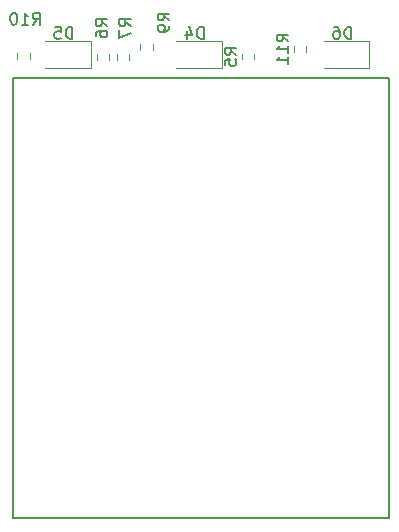
<source format=gbr>
%TF.GenerationSoftware,KiCad,Pcbnew,7.0.8*%
%TF.CreationDate,2024-01-02T21:20:11-06:00*%
%TF.ProjectId,Clock1_v3,436c6f63-6b31-45f7-9633-2e6b69636164,rev?*%
%TF.SameCoordinates,Original*%
%TF.FileFunction,Legend,Bot*%
%TF.FilePolarity,Positive*%
%FSLAX46Y46*%
G04 Gerber Fmt 4.6, Leading zero omitted, Abs format (unit mm)*
G04 Created by KiCad (PCBNEW 7.0.8) date 2024-01-02 21:20:11*
%MOMM*%
%LPD*%
G01*
G04 APERTURE LIST*
%ADD10C,0.160000*%
%ADD11C,0.153000*%
%ADD12C,0.120000*%
G04 APERTURE END LIST*
D10*
X139700000Y-74430000D02*
X171500000Y-74430000D01*
X171500000Y-111750000D01*
X139700000Y-111750000D01*
X139700000Y-74430000D01*
D11*
X163024663Y-71357142D02*
X162548472Y-71023809D01*
X163024663Y-70785714D02*
X162024663Y-70785714D01*
X162024663Y-70785714D02*
X162024663Y-71166666D01*
X162024663Y-71166666D02*
X162072282Y-71261904D01*
X162072282Y-71261904D02*
X162119901Y-71309523D01*
X162119901Y-71309523D02*
X162215139Y-71357142D01*
X162215139Y-71357142D02*
X162357996Y-71357142D01*
X162357996Y-71357142D02*
X162453234Y-71309523D01*
X162453234Y-71309523D02*
X162500853Y-71261904D01*
X162500853Y-71261904D02*
X162548472Y-71166666D01*
X162548472Y-71166666D02*
X162548472Y-70785714D01*
X163024663Y-72309523D02*
X163024663Y-71738095D01*
X163024663Y-72023809D02*
X162024663Y-72023809D01*
X162024663Y-72023809D02*
X162167520Y-71928571D01*
X162167520Y-71928571D02*
X162262758Y-71833333D01*
X162262758Y-71833333D02*
X162310377Y-71738095D01*
X163024663Y-73261904D02*
X163024663Y-72690476D01*
X163024663Y-72976190D02*
X162024663Y-72976190D01*
X162024663Y-72976190D02*
X162167520Y-72880952D01*
X162167520Y-72880952D02*
X162262758Y-72785714D01*
X162262758Y-72785714D02*
X162310377Y-72690476D01*
X141392857Y-69954663D02*
X141726190Y-69478472D01*
X141964285Y-69954663D02*
X141964285Y-68954663D01*
X141964285Y-68954663D02*
X141583333Y-68954663D01*
X141583333Y-68954663D02*
X141488095Y-69002282D01*
X141488095Y-69002282D02*
X141440476Y-69049901D01*
X141440476Y-69049901D02*
X141392857Y-69145139D01*
X141392857Y-69145139D02*
X141392857Y-69287996D01*
X141392857Y-69287996D02*
X141440476Y-69383234D01*
X141440476Y-69383234D02*
X141488095Y-69430853D01*
X141488095Y-69430853D02*
X141583333Y-69478472D01*
X141583333Y-69478472D02*
X141964285Y-69478472D01*
X140440476Y-69954663D02*
X141011904Y-69954663D01*
X140726190Y-69954663D02*
X140726190Y-68954663D01*
X140726190Y-68954663D02*
X140821428Y-69097520D01*
X140821428Y-69097520D02*
X140916666Y-69192758D01*
X140916666Y-69192758D02*
X141011904Y-69240377D01*
X139821428Y-68954663D02*
X139726190Y-68954663D01*
X139726190Y-68954663D02*
X139630952Y-69002282D01*
X139630952Y-69002282D02*
X139583333Y-69049901D01*
X139583333Y-69049901D02*
X139535714Y-69145139D01*
X139535714Y-69145139D02*
X139488095Y-69335615D01*
X139488095Y-69335615D02*
X139488095Y-69573710D01*
X139488095Y-69573710D02*
X139535714Y-69764186D01*
X139535714Y-69764186D02*
X139583333Y-69859424D01*
X139583333Y-69859424D02*
X139630952Y-69907044D01*
X139630952Y-69907044D02*
X139726190Y-69954663D01*
X139726190Y-69954663D02*
X139821428Y-69954663D01*
X139821428Y-69954663D02*
X139916666Y-69907044D01*
X139916666Y-69907044D02*
X139964285Y-69859424D01*
X139964285Y-69859424D02*
X140011904Y-69764186D01*
X140011904Y-69764186D02*
X140059523Y-69573710D01*
X140059523Y-69573710D02*
X140059523Y-69335615D01*
X140059523Y-69335615D02*
X140011904Y-69145139D01*
X140011904Y-69145139D02*
X139964285Y-69049901D01*
X139964285Y-69049901D02*
X139916666Y-69002282D01*
X139916666Y-69002282D02*
X139821428Y-68954663D01*
X152954663Y-69583333D02*
X152478472Y-69250000D01*
X152954663Y-69011905D02*
X151954663Y-69011905D01*
X151954663Y-69011905D02*
X151954663Y-69392857D01*
X151954663Y-69392857D02*
X152002282Y-69488095D01*
X152002282Y-69488095D02*
X152049901Y-69535714D01*
X152049901Y-69535714D02*
X152145139Y-69583333D01*
X152145139Y-69583333D02*
X152287996Y-69583333D01*
X152287996Y-69583333D02*
X152383234Y-69535714D01*
X152383234Y-69535714D02*
X152430853Y-69488095D01*
X152430853Y-69488095D02*
X152478472Y-69392857D01*
X152478472Y-69392857D02*
X152478472Y-69011905D01*
X152954663Y-70059524D02*
X152954663Y-70250000D01*
X152954663Y-70250000D02*
X152907044Y-70345238D01*
X152907044Y-70345238D02*
X152859424Y-70392857D01*
X152859424Y-70392857D02*
X152716567Y-70488095D01*
X152716567Y-70488095D02*
X152526091Y-70535714D01*
X152526091Y-70535714D02*
X152145139Y-70535714D01*
X152145139Y-70535714D02*
X152049901Y-70488095D01*
X152049901Y-70488095D02*
X152002282Y-70440476D01*
X152002282Y-70440476D02*
X151954663Y-70345238D01*
X151954663Y-70345238D02*
X151954663Y-70154762D01*
X151954663Y-70154762D02*
X152002282Y-70059524D01*
X152002282Y-70059524D02*
X152049901Y-70011905D01*
X152049901Y-70011905D02*
X152145139Y-69964286D01*
X152145139Y-69964286D02*
X152383234Y-69964286D01*
X152383234Y-69964286D02*
X152478472Y-70011905D01*
X152478472Y-70011905D02*
X152526091Y-70059524D01*
X152526091Y-70059524D02*
X152573710Y-70154762D01*
X152573710Y-70154762D02*
X152573710Y-70345238D01*
X152573710Y-70345238D02*
X152526091Y-70440476D01*
X152526091Y-70440476D02*
X152478472Y-70488095D01*
X152478472Y-70488095D02*
X152383234Y-70535714D01*
X149704663Y-70083333D02*
X149228472Y-69750000D01*
X149704663Y-69511905D02*
X148704663Y-69511905D01*
X148704663Y-69511905D02*
X148704663Y-69892857D01*
X148704663Y-69892857D02*
X148752282Y-69988095D01*
X148752282Y-69988095D02*
X148799901Y-70035714D01*
X148799901Y-70035714D02*
X148895139Y-70083333D01*
X148895139Y-70083333D02*
X149037996Y-70083333D01*
X149037996Y-70083333D02*
X149133234Y-70035714D01*
X149133234Y-70035714D02*
X149180853Y-69988095D01*
X149180853Y-69988095D02*
X149228472Y-69892857D01*
X149228472Y-69892857D02*
X149228472Y-69511905D01*
X148704663Y-70416667D02*
X148704663Y-71083333D01*
X148704663Y-71083333D02*
X149704663Y-70654762D01*
X147704663Y-70083333D02*
X147228472Y-69750000D01*
X147704663Y-69511905D02*
X146704663Y-69511905D01*
X146704663Y-69511905D02*
X146704663Y-69892857D01*
X146704663Y-69892857D02*
X146752282Y-69988095D01*
X146752282Y-69988095D02*
X146799901Y-70035714D01*
X146799901Y-70035714D02*
X146895139Y-70083333D01*
X146895139Y-70083333D02*
X147037996Y-70083333D01*
X147037996Y-70083333D02*
X147133234Y-70035714D01*
X147133234Y-70035714D02*
X147180853Y-69988095D01*
X147180853Y-69988095D02*
X147228472Y-69892857D01*
X147228472Y-69892857D02*
X147228472Y-69511905D01*
X146704663Y-70940476D02*
X146704663Y-70750000D01*
X146704663Y-70750000D02*
X146752282Y-70654762D01*
X146752282Y-70654762D02*
X146799901Y-70607143D01*
X146799901Y-70607143D02*
X146942758Y-70511905D01*
X146942758Y-70511905D02*
X147133234Y-70464286D01*
X147133234Y-70464286D02*
X147514186Y-70464286D01*
X147514186Y-70464286D02*
X147609424Y-70511905D01*
X147609424Y-70511905D02*
X147657044Y-70559524D01*
X147657044Y-70559524D02*
X147704663Y-70654762D01*
X147704663Y-70654762D02*
X147704663Y-70845238D01*
X147704663Y-70845238D02*
X147657044Y-70940476D01*
X147657044Y-70940476D02*
X147609424Y-70988095D01*
X147609424Y-70988095D02*
X147514186Y-71035714D01*
X147514186Y-71035714D02*
X147276091Y-71035714D01*
X147276091Y-71035714D02*
X147180853Y-70988095D01*
X147180853Y-70988095D02*
X147133234Y-70940476D01*
X147133234Y-70940476D02*
X147085615Y-70845238D01*
X147085615Y-70845238D02*
X147085615Y-70654762D01*
X147085615Y-70654762D02*
X147133234Y-70559524D01*
X147133234Y-70559524D02*
X147180853Y-70511905D01*
X147180853Y-70511905D02*
X147276091Y-70464286D01*
X158624663Y-72483333D02*
X158148472Y-72150000D01*
X158624663Y-71911905D02*
X157624663Y-71911905D01*
X157624663Y-71911905D02*
X157624663Y-72292857D01*
X157624663Y-72292857D02*
X157672282Y-72388095D01*
X157672282Y-72388095D02*
X157719901Y-72435714D01*
X157719901Y-72435714D02*
X157815139Y-72483333D01*
X157815139Y-72483333D02*
X157957996Y-72483333D01*
X157957996Y-72483333D02*
X158053234Y-72435714D01*
X158053234Y-72435714D02*
X158100853Y-72388095D01*
X158100853Y-72388095D02*
X158148472Y-72292857D01*
X158148472Y-72292857D02*
X158148472Y-71911905D01*
X157624663Y-73388095D02*
X157624663Y-72911905D01*
X157624663Y-72911905D02*
X158100853Y-72864286D01*
X158100853Y-72864286D02*
X158053234Y-72911905D01*
X158053234Y-72911905D02*
X158005615Y-73007143D01*
X158005615Y-73007143D02*
X158005615Y-73245238D01*
X158005615Y-73245238D02*
X158053234Y-73340476D01*
X158053234Y-73340476D02*
X158100853Y-73388095D01*
X158100853Y-73388095D02*
X158196091Y-73435714D01*
X158196091Y-73435714D02*
X158434186Y-73435714D01*
X158434186Y-73435714D02*
X158529424Y-73388095D01*
X158529424Y-73388095D02*
X158577044Y-73340476D01*
X158577044Y-73340476D02*
X158624663Y-73245238D01*
X158624663Y-73245238D02*
X158624663Y-73007143D01*
X158624663Y-73007143D02*
X158577044Y-72911905D01*
X158577044Y-72911905D02*
X158529424Y-72864286D01*
X168338094Y-71134663D02*
X168338094Y-70134663D01*
X168338094Y-70134663D02*
X168099999Y-70134663D01*
X168099999Y-70134663D02*
X167957142Y-70182282D01*
X167957142Y-70182282D02*
X167861904Y-70277520D01*
X167861904Y-70277520D02*
X167814285Y-70372758D01*
X167814285Y-70372758D02*
X167766666Y-70563234D01*
X167766666Y-70563234D02*
X167766666Y-70706091D01*
X167766666Y-70706091D02*
X167814285Y-70896567D01*
X167814285Y-70896567D02*
X167861904Y-70991805D01*
X167861904Y-70991805D02*
X167957142Y-71087044D01*
X167957142Y-71087044D02*
X168099999Y-71134663D01*
X168099999Y-71134663D02*
X168338094Y-71134663D01*
X166909523Y-70134663D02*
X167099999Y-70134663D01*
X167099999Y-70134663D02*
X167195237Y-70182282D01*
X167195237Y-70182282D02*
X167242856Y-70229901D01*
X167242856Y-70229901D02*
X167338094Y-70372758D01*
X167338094Y-70372758D02*
X167385713Y-70563234D01*
X167385713Y-70563234D02*
X167385713Y-70944186D01*
X167385713Y-70944186D02*
X167338094Y-71039424D01*
X167338094Y-71039424D02*
X167290475Y-71087044D01*
X167290475Y-71087044D02*
X167195237Y-71134663D01*
X167195237Y-71134663D02*
X167004761Y-71134663D01*
X167004761Y-71134663D02*
X166909523Y-71087044D01*
X166909523Y-71087044D02*
X166861904Y-71039424D01*
X166861904Y-71039424D02*
X166814285Y-70944186D01*
X166814285Y-70944186D02*
X166814285Y-70706091D01*
X166814285Y-70706091D02*
X166861904Y-70610853D01*
X166861904Y-70610853D02*
X166909523Y-70563234D01*
X166909523Y-70563234D02*
X167004761Y-70515615D01*
X167004761Y-70515615D02*
X167195237Y-70515615D01*
X167195237Y-70515615D02*
X167290475Y-70563234D01*
X167290475Y-70563234D02*
X167338094Y-70610853D01*
X167338094Y-70610853D02*
X167385713Y-70706091D01*
X144738094Y-71134663D02*
X144738094Y-70134663D01*
X144738094Y-70134663D02*
X144499999Y-70134663D01*
X144499999Y-70134663D02*
X144357142Y-70182282D01*
X144357142Y-70182282D02*
X144261904Y-70277520D01*
X144261904Y-70277520D02*
X144214285Y-70372758D01*
X144214285Y-70372758D02*
X144166666Y-70563234D01*
X144166666Y-70563234D02*
X144166666Y-70706091D01*
X144166666Y-70706091D02*
X144214285Y-70896567D01*
X144214285Y-70896567D02*
X144261904Y-70991805D01*
X144261904Y-70991805D02*
X144357142Y-71087044D01*
X144357142Y-71087044D02*
X144499999Y-71134663D01*
X144499999Y-71134663D02*
X144738094Y-71134663D01*
X143261904Y-70134663D02*
X143738094Y-70134663D01*
X143738094Y-70134663D02*
X143785713Y-70610853D01*
X143785713Y-70610853D02*
X143738094Y-70563234D01*
X143738094Y-70563234D02*
X143642856Y-70515615D01*
X143642856Y-70515615D02*
X143404761Y-70515615D01*
X143404761Y-70515615D02*
X143309523Y-70563234D01*
X143309523Y-70563234D02*
X143261904Y-70610853D01*
X143261904Y-70610853D02*
X143214285Y-70706091D01*
X143214285Y-70706091D02*
X143214285Y-70944186D01*
X143214285Y-70944186D02*
X143261904Y-71039424D01*
X143261904Y-71039424D02*
X143309523Y-71087044D01*
X143309523Y-71087044D02*
X143404761Y-71134663D01*
X143404761Y-71134663D02*
X143642856Y-71134663D01*
X143642856Y-71134663D02*
X143738094Y-71087044D01*
X143738094Y-71087044D02*
X143785713Y-71039424D01*
X155838094Y-71134663D02*
X155838094Y-70134663D01*
X155838094Y-70134663D02*
X155599999Y-70134663D01*
X155599999Y-70134663D02*
X155457142Y-70182282D01*
X155457142Y-70182282D02*
X155361904Y-70277520D01*
X155361904Y-70277520D02*
X155314285Y-70372758D01*
X155314285Y-70372758D02*
X155266666Y-70563234D01*
X155266666Y-70563234D02*
X155266666Y-70706091D01*
X155266666Y-70706091D02*
X155314285Y-70896567D01*
X155314285Y-70896567D02*
X155361904Y-70991805D01*
X155361904Y-70991805D02*
X155457142Y-71087044D01*
X155457142Y-71087044D02*
X155599999Y-71134663D01*
X155599999Y-71134663D02*
X155838094Y-71134663D01*
X154409523Y-70467996D02*
X154409523Y-71134663D01*
X154647618Y-70087044D02*
X154885713Y-70801329D01*
X154885713Y-70801329D02*
X154266666Y-70801329D01*
D12*
%TO.C,R11*%
X164522500Y-71762742D02*
X164522500Y-72237258D01*
X163477500Y-71762742D02*
X163477500Y-72237258D01*
%TO.C,R10*%
X141122500Y-72362742D02*
X141122500Y-72837258D01*
X140077500Y-72362742D02*
X140077500Y-72837258D01*
%TO.C,R9*%
X151522500Y-71587742D02*
X151522500Y-72062258D01*
X150477500Y-71587742D02*
X150477500Y-72062258D01*
%TO.C,R7*%
X149522500Y-72437742D02*
X149522500Y-72912258D01*
X148477500Y-72437742D02*
X148477500Y-72912258D01*
%TO.C,R6*%
X147822500Y-72462742D02*
X147822500Y-72937258D01*
X146777500Y-72462742D02*
X146777500Y-72937258D01*
%TO.C,R5*%
X160122500Y-72412742D02*
X160122500Y-72887258D01*
X159077500Y-72412742D02*
X159077500Y-72887258D01*
%TO.C,D6*%
X169885000Y-71365000D02*
X169885000Y-73635000D01*
X166000000Y-71365000D02*
X169885000Y-71365000D01*
X169885000Y-73635000D02*
X166000000Y-73635000D01*
%TO.C,D5*%
X146285000Y-71365000D02*
X146285000Y-73635000D01*
X142400000Y-71365000D02*
X146285000Y-71365000D01*
X146285000Y-73635000D02*
X142400000Y-73635000D01*
%TO.C,D4*%
X157385000Y-71365000D02*
X157385000Y-73635000D01*
X153500000Y-71365000D02*
X157385000Y-71365000D01*
X157385000Y-73635000D02*
X153500000Y-73635000D01*
%TD*%
M02*

</source>
